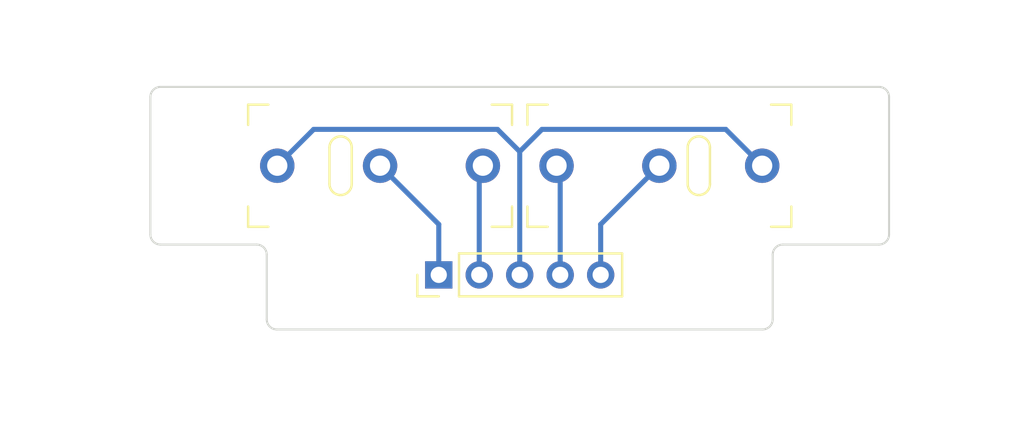
<source format=kicad_pcb>
(kicad_pcb (version 20210228) (generator pcbnew)
  (title_block (title "sammy") (date "2021-04-10") (rev "r0.0") (company "openinput") (comment 2 "This source describes Open Hardware and is licensed under the CERN-OHL-Pv2") (comment 4 "Copyright (c) Rafael Silva"))
  (layers (0 "F.Cu" signal) (1 "In1.Cu" signal) (2 "In2.Cu" signal) (31 "B.Cu" signal) (34 "B.Paste" user) (35 "F.Paste" user) (36 "B.SilkS" user "B.Silkscreen") (37 "F.SilkS" user "F.Silkscreen") (38 "B.Mask" user) (39 "F.Mask" user) (44 "Edge.Cuts" user))
  (net 0 "")
  (net 1 "/SW2_NO")
  (net 2 "/SW2_NC")
  (net 3 "/SW1_C")
  (net 4 "/SW1_NC")
  (net 5 "/SW1_NO")
  (footprint "mounting:MountingHole_1.6mm_M1.4" (layer "F.Cu") (at 115.7 50)
    (fp_text reference "REF**" hide)
    (fp_text value "MountingHole_1.6mm_M1.4" hide)
    (pad "" np_thru_hole circle (at 0 0) (size 1.6 1.6) (drill 1.6) (layers F&B.Cu *.Mask))
  )
  (footprint "Switches:Generic" (layer "F.Cu") (at 106.85 50 180)
    (fp_text reference "SW2" hide)
    (fp_text value "SW_SPDT" hide)
    (fp_line (start 6.52 -3.02) (end 5.52 -3.02) (layer "F.SilkS") (width 0.12))
    (fp_line (start -6.52 3.02) (end -6.52 2.02) (layer "F.SilkS") (width 0.12))
    (fp_line (start 6.52 -3.02) (end 6.52 -2.02) (layer "F.SilkS") (width 0.12))
    (fp_line (start -6.52 -3.02) (end -5.52 -3.02) (layer "F.SilkS") (width 0.12))
    (fp_line (start 6.52 3.02) (end 6.52 2.02) (layer "F.SilkS") (width 0.12))
    (fp_line (start 6.52 3.02) (end 5.52 3.02) (layer "F.SilkS") (width 0.12))
    (fp_line (start -6.52 -3.02) (end -6.52 -2.02) (layer "F.SilkS") (width 0.12))
    (fp_line (start -1.4 0.9) (end -1.4 -0.9) (layer "F.SilkS") (width 0.12))
    (fp_line (start -2.5 0.9) (end -2.5 -0.9) (layer "F.SilkS") (width 0.12))
    (fp_line (start -6.52 3.02) (end -5.52 3.02) (layer "F.SilkS") (width 0.12))
    (fp_arc (start -1.95 -0.9) (end -1.4 -0.9) (angle -180) (layer "F.SilkS") (width 0.12))
    (fp_arc (start -1.95 0.9) (end -2.5 0.9) (angle -180) (layer "F.SilkS") (width 0.12))
    (pad "1" thru_hole circle (at -5.08 0 180) (size 1.7 1.7) (drill 1) (layers *.Cu *.Mask) (net 3 "/SW1_C"))
    (pad "2" thru_hole circle (at 0 0 180) (size 1.7 1.7) (drill 1) (layers *.Cu *.Mask) (net 1 "/SW2_NO"))
    (pad "3" thru_hole circle (at 5.08 0 180) (size 1.7 1.7) (drill 1) (layers *.Cu *.Mask) (net 2 "/SW2_NC"))
  )
  (footprint "mounting:MountingHole_1.6mm_M1.4" (layer "F.Cu") (at 84.2 50)
    (fp_text reference "REF**" hide)
    (fp_text value "MountingHole_1.6mm_M1.4" hide)
    (pad "" np_thru_hole circle (at 0 0) (size 1.6 1.6) (drill 1.6) (layers F&B.Cu *.Mask))
  )
  (footprint "Switches:Generic" (layer "F.Cu") (at 93.05 50)
    (fp_text reference "SW1" hide)
    (fp_text value "SW_SPDT" hide)
    (fp_line (start -6.52 3.02) (end -6.52 2.02) (layer "F.SilkS") (width 0.12))
    (fp_line (start -6.52 -3.02) (end -5.52 -3.02) (layer "F.SilkS") (width 0.12))
    (fp_line (start 6.52 3.02) (end 5.52 3.02) (layer "F.SilkS") (width 0.12))
    (fp_line (start -6.52 -3.02) (end -6.52 -2.02) (layer "F.SilkS") (width 0.12))
    (fp_line (start 6.52 3.02) (end 6.52 2.02) (layer "F.SilkS") (width 0.12))
    (fp_line (start 6.52 -3.02) (end 5.52 -3.02) (layer "F.SilkS") (width 0.12))
    (fp_line (start -1.4 0.9) (end -1.4 -0.9) (layer "F.SilkS") (width 0.12))
    (fp_line (start -2.5 0.9) (end -2.5 -0.9) (layer "F.SilkS") (width 0.12))
    (fp_line (start 6.52 -3.02) (end 6.52 -2.02) (layer "F.SilkS") (width 0.12))
    (fp_line (start -6.52 3.02) (end -5.52 3.02) (layer "F.SilkS") (width 0.12))
    (fp_arc (start -1.95 0.9) (end -2.5 0.9) (angle -180) (layer "F.SilkS") (width 0.12))
    (fp_arc (start -1.95 -0.9) (end -1.4 -0.9) (angle -180) (layer "F.SilkS") (width 0.12))
    (pad "1" thru_hole circle (at -5.08 0) (size 1.7 1.7) (drill 1) (layers *.Cu *.Mask) (net 3 "/SW1_C"))
    (pad "2" thru_hole circle (at 0 0) (size 1.7 1.7) (drill 1) (layers *.Cu *.Mask) (net 5 "/SW1_NO"))
    (pad "3" thru_hole circle (at 5.08 0) (size 1.7 1.7) (drill 1) (layers *.Cu *.Mask) (net 4 "/SW1_NC"))
  )
  (footprint "Connector_PinHeader_2.00mm:PinHeader_1x05_P2.00mm_Vertical" (layer "F.Cu") (at 95.95 55.4 90)
    (fp_text reference "J0" hide)
    (fp_text value "Side" hide)
    (fp_line (start 1.06 1) (end 1.06 9.06) (layer "F.SilkS") (width 0.12))
    (fp_line (start -1.06 1) (end -1.06 9.06) (layer "F.SilkS") (width 0.12))
    (fp_line (start -1.06 9.06) (end 1.06 9.06) (layer "F.SilkS") (width 0.12))
    (fp_line (start -1.06 -1.06) (end 0 -1.06) (layer "F.SilkS") (width 0.12))
    (fp_line (start -1.06 1) (end 1.06 1) (layer "F.SilkS") (width 0.12))
    (fp_line (start -1.06 0) (end -1.06 -1.06) (layer "F.SilkS") (width 0.12))
    (pad "1" thru_hole rect (at 0 0 90) (size 1.35 1.35) (drill 0.8) (layers *.Cu *.Mask) (net 5 "/SW1_NO"))
    (pad "2" thru_hole oval (at 0 2 90) (size 1.35 1.35) (drill 0.8) (layers *.Cu *.Mask) (net 4 "/SW1_NC"))
    (pad "3" thru_hole oval (at 0 4 90) (size 1.35 1.35) (drill 0.8) (layers *.Cu *.Mask) (net 3 "/SW1_C"))
    (pad "4" thru_hole oval (at 0 6 90) (size 1.35 1.35) (drill 0.8) (layers *.Cu *.Mask) (net 2 "/SW2_NC"))
    (pad "5" thru_hole oval (at 0 8 90) (size 1.35 1.35) (drill 0.8) (layers *.Cu *.Mask) (net 1 "/SW2_NO"))
  )
  (gr_line (start 81.700001 53.4) (end 81.700001 46.6) (layer "Edge.Cuts") (width 0.1))
  (gr_arc (start 82.2 53.4) (end 82.2 53.899999) (angle 90) (layer "Edge.Cuts") (width 0.1))
  (gr_arc (start 112.95 54.4) (end 112.450001 54.4) (angle 90) (layer "Edge.Cuts") (width 0.1))
  (gr_arc (start 87.95 57.6) (end 87.95 58.099999) (angle 90) (layer "Edge.Cuts") (width 0.1))
  (gr_line (start 112.450001 54.4) (end 112.449999 57.6) (layer "Edge.Cuts") (width 0.1))
  (gr_arc (start 111.95 57.6) (end 112.449999 57.6) (angle 90) (layer "Edge.Cuts") (width 0.1))
  (gr_line (start 87.449999 54.4) (end 87.450001 57.6) (layer "Edge.Cuts") (width 0.1))
  (gr_arc (start 82.2 46.6) (end 81.700001 46.6) (angle 90) (layer "Edge.Cuts") (width 0.1))
  (gr_arc (start 117.7 53.4) (end 118.199999 53.4) (angle 90) (layer "Edge.Cuts") (width 0.1))
  (gr_line (start 112.95 53.900001) (end 117.7 53.899999) (layer "Edge.Cuts") (width 0.1))
  (gr_line (start 118.199999 53.4) (end 118.199999 46.6) (layer "Edge.Cuts") (width 0.1))
  (gr_arc (start 86.95 54.4) (end 86.95 53.900001) (angle 90) (layer "Edge.Cuts") (width 0.1))
  (gr_line (start 82.2 53.899999) (end 86.95 53.900001) (layer "Edge.Cuts") (width 0.1))
  (gr_line (start 87.95 58.099999) (end 111.95 58.099999) (layer "Edge.Cuts") (width 0.1))
  (gr_line (start 82.2 46.100001) (end 117.7 46.100001) (layer "Edge.Cuts") (width 0.1))
  (gr_arc (start 117.7 46.6) (end 117.7 46.100001) (angle 90) (layer "Edge.Cuts") (width 0.1))
  (segment (start 103.95 52.9) (end 106.85 50) (width 0.25) (layer "B.Cu") (net 1))
  (segment (start 103.95 55.4) (end 103.95 52.9) (width 0.25) (layer "B.Cu") (net 1))
  (segment (start 101.95 55.4) (end 101.95 50.18) (width 0.25) (layer "B.Cu") (net 2))
  (segment (start 101.95 50.18) (end 101.77 50) (width 0.25) (layer "B.Cu") (net 2))
  (segment (start 89.77 48.2) (end 87.97 50) (width 0.25) (layer "B.Cu") (net 3))
  (segment (start 98.85 48.2) (end 89.77 48.2) (width 0.25) (layer "B.Cu") (net 3))
  (segment (start 99.95 49.3) (end 98.85 48.2) (width 0.25) (layer "B.Cu") (net 3))
  (segment (start 99.95 49.3) (end 101.05 48.2) (width 0.25) (layer "B.Cu") (net 3))
  (segment (start 101.05 48.2) (end 110.13 48.2) (width 0.25) (layer "B.Cu") (net 3))
  (segment (start 99.95 55.4) (end 99.95 49.3) (width 0.25) (layer "B.Cu") (net 3))
  (segment (start 110.13 48.2) (end 111.93 50) (width 0.25) (layer "B.Cu") (net 3))
  (segment (start 97.95 50.18) (end 98.13 50) (width 0.25) (layer "B.Cu") (net 4))
  (segment (start 97.95 55.4) (end 97.95 50.18) (width 0.25) (layer "B.Cu") (net 4))
  (segment (start 95.95 52.9) (end 93.05 50) (width 0.25) (layer "B.Cu") (net 5))
  (segment (start 95.95 55.4) (end 95.95 52.9) (width 0.25) (layer "B.Cu") (net 5))
)
</source>
